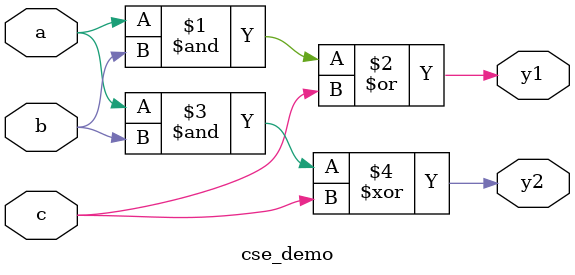
<source format=v>
module cse_demo(
    a,
    b,
    c,
    y1,
    y2
);
    input a;
    input b;
    input c;
    output y1;
    output y2;

    assign y1 = (a & b) | c;
    assign y2 = (a & b) ^ c;

endmodule 
</source>
